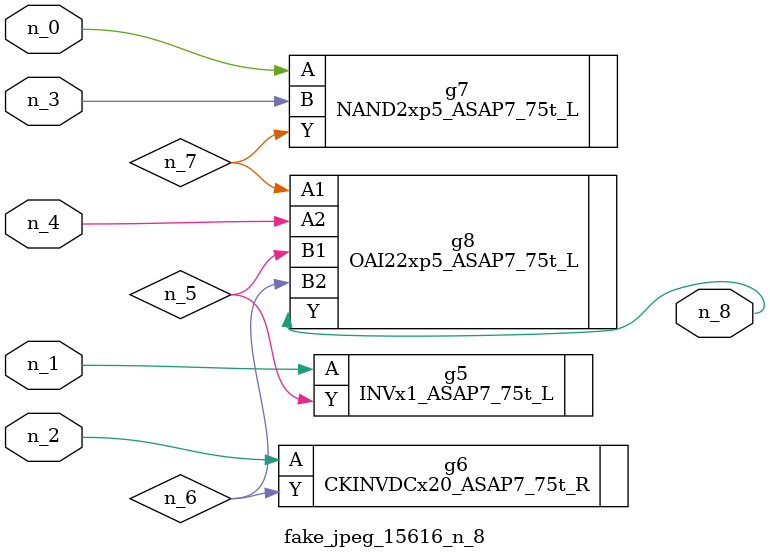
<source format=v>
module fake_jpeg_15616_n_8 (n_3, n_2, n_1, n_0, n_4, n_8);

input n_3;
input n_2;
input n_1;
input n_0;
input n_4;

output n_8;

wire n_6;
wire n_5;
wire n_7;

INVx1_ASAP7_75t_L g5 ( 
.A(n_1),
.Y(n_5)
);

CKINVDCx20_ASAP7_75t_R g6 ( 
.A(n_2),
.Y(n_6)
);

NAND2xp5_ASAP7_75t_L g7 ( 
.A(n_0),
.B(n_3),
.Y(n_7)
);

OAI22xp5_ASAP7_75t_L g8 ( 
.A1(n_7),
.A2(n_4),
.B1(n_5),
.B2(n_6),
.Y(n_8)
);


endmodule
</source>
